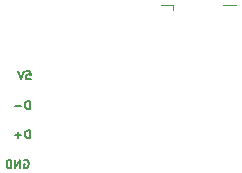
<source format=gbr>
G04 #@! TF.GenerationSoftware,KiCad,Pcbnew,(5.1.4)-1*
G04 #@! TF.CreationDate,2020-06-06T20:18:40+01:00*
G04 #@! TF.ProjectId,RF_R1_USB2USB_SPIPin_v1,52465f52-315f-4555-9342-325553425f53,rev?*
G04 #@! TF.SameCoordinates,Original*
G04 #@! TF.FileFunction,Legend,Bot*
G04 #@! TF.FilePolarity,Positive*
%FSLAX46Y46*%
G04 Gerber Fmt 4.6, Leading zero omitted, Abs format (unit mm)*
G04 Created by KiCad (PCBNEW (5.1.4)-1) date 2020-06-06 20:18:40*
%MOMM*%
%LPD*%
G04 APERTURE LIST*
%ADD10C,0.150000*%
%ADD11C,0.120000*%
G04 APERTURE END LIST*
D10*
X129233333Y-72950000D02*
X129300000Y-72916666D01*
X129400000Y-72916666D01*
X129500000Y-72950000D01*
X129566666Y-73016666D01*
X129600000Y-73083333D01*
X129633333Y-73216666D01*
X129633333Y-73316666D01*
X129600000Y-73450000D01*
X129566666Y-73516666D01*
X129500000Y-73583333D01*
X129400000Y-73616666D01*
X129333333Y-73616666D01*
X129233333Y-73583333D01*
X129200000Y-73550000D01*
X129200000Y-73316666D01*
X129333333Y-73316666D01*
X128900000Y-73616666D02*
X128900000Y-72916666D01*
X128500000Y-73616666D01*
X128500000Y-72916666D01*
X128166666Y-73616666D02*
X128166666Y-72916666D01*
X128000000Y-72916666D01*
X127900000Y-72950000D01*
X127833333Y-73016666D01*
X127800000Y-73083333D01*
X127766666Y-73216666D01*
X127766666Y-73316666D01*
X127800000Y-73450000D01*
X127833333Y-73516666D01*
X127900000Y-73583333D01*
X128000000Y-73616666D01*
X128166666Y-73616666D01*
X129716666Y-71116666D02*
X129716666Y-70416666D01*
X129550000Y-70416666D01*
X129450000Y-70450000D01*
X129383333Y-70516666D01*
X129350000Y-70583333D01*
X129316666Y-70716666D01*
X129316666Y-70816666D01*
X129350000Y-70950000D01*
X129383333Y-71016666D01*
X129450000Y-71083333D01*
X129550000Y-71116666D01*
X129716666Y-71116666D01*
X129016666Y-70850000D02*
X128483333Y-70850000D01*
X128750000Y-71116666D02*
X128750000Y-70583333D01*
X129716666Y-68616666D02*
X129716666Y-67916666D01*
X129550000Y-67916666D01*
X129450000Y-67950000D01*
X129383333Y-68016666D01*
X129350000Y-68083333D01*
X129316666Y-68216666D01*
X129316666Y-68316666D01*
X129350000Y-68450000D01*
X129383333Y-68516666D01*
X129450000Y-68583333D01*
X129550000Y-68616666D01*
X129716666Y-68616666D01*
X129016666Y-68350000D02*
X128483333Y-68350000D01*
X129433333Y-65416666D02*
X129766666Y-65416666D01*
X129800000Y-65750000D01*
X129766666Y-65716666D01*
X129700000Y-65683333D01*
X129533333Y-65683333D01*
X129466666Y-65716666D01*
X129433333Y-65750000D01*
X129400000Y-65816666D01*
X129400000Y-65983333D01*
X129433333Y-66050000D01*
X129466666Y-66083333D01*
X129533333Y-66116666D01*
X129700000Y-66116666D01*
X129766666Y-66083333D01*
X129800000Y-66050000D01*
X129200000Y-65416666D02*
X128966666Y-66116666D01*
X128733333Y-65416666D01*
D11*
X141890000Y-59810000D02*
X141890000Y-60240000D01*
X146110000Y-59810000D02*
X147190000Y-59810000D01*
X140810000Y-59810000D02*
X141890000Y-59810000D01*
M02*

</source>
